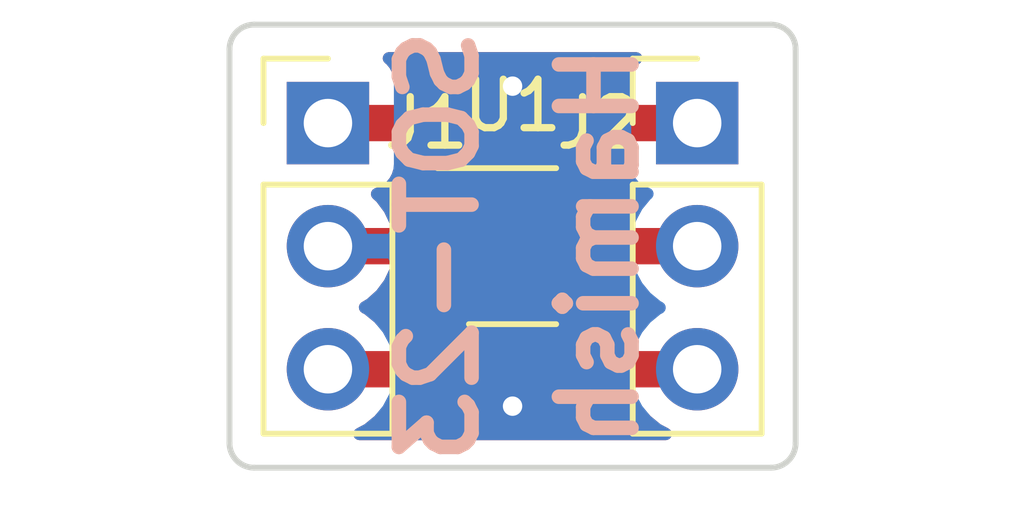
<source format=kicad_pcb>
(kicad_pcb (version 20171130) (host pcbnew "(5.1.4)-1")

  (general
    (thickness 1.6)
    (drawings 10)
    (tracks 16)
    (zones 0)
    (modules 3)
    (nets 7)
  )

  (page A4)
  (layers
    (0 F.Cu signal)
    (31 B.Cu signal)
    (32 B.Adhes user)
    (33 F.Adhes user)
    (34 B.Paste user)
    (35 F.Paste user)
    (36 B.SilkS user)
    (37 F.SilkS user)
    (38 B.Mask user)
    (39 F.Mask user)
    (40 Dwgs.User user)
    (41 Cmts.User user)
    (42 Eco1.User user)
    (43 Eco2.User user)
    (44 Edge.Cuts user)
    (45 Margin user)
    (46 B.CrtYd user)
    (47 F.CrtYd user)
    (48 B.Fab user)
    (49 F.Fab user)
  )

  (setup
    (last_trace_width 0.25)
    (user_trace_width 0.5)
    (user_trace_width 0.75)
    (user_trace_width 1)
    (trace_clearance 0.2)
    (zone_clearance 0.508)
    (zone_45_only no)
    (trace_min 0.2)
    (via_size 0.8)
    (via_drill 0.4)
    (via_min_size 0.4)
    (via_min_drill 0.3)
    (uvia_size 0.3)
    (uvia_drill 0.1)
    (uvias_allowed no)
    (uvia_min_size 0.2)
    (uvia_min_drill 0.1)
    (edge_width 0.05)
    (segment_width 0.2)
    (pcb_text_width 0.3)
    (pcb_text_size 1.5 1.5)
    (mod_edge_width 0.12)
    (mod_text_size 1 1)
    (mod_text_width 0.15)
    (pad_size 1.524 1.524)
    (pad_drill 0.762)
    (pad_to_mask_clearance 0.051)
    (solder_mask_min_width 0.25)
    (aux_axis_origin 0 0)
    (visible_elements 7FFFFFFF)
    (pcbplotparams
      (layerselection 0x010fc_ffffffff)
      (usegerberextensions false)
      (usegerberattributes false)
      (usegerberadvancedattributes false)
      (creategerberjobfile false)
      (excludeedgelayer true)
      (linewidth 0.100000)
      (plotframeref false)
      (viasonmask false)
      (mode 1)
      (useauxorigin false)
      (hpglpennumber 1)
      (hpglpenspeed 20)
      (hpglpendiameter 15.000000)
      (psnegative false)
      (psa4output false)
      (plotreference true)
      (plotvalue true)
      (plotinvisibletext false)
      (padsonsilk false)
      (subtractmaskfromsilk false)
      (outputformat 1)
      (mirror false)
      (drillshape 0)
      (scaleselection 1)
      (outputdirectory "Gerbers/"))
  )

  (net 0 "")
  (net 1 "Net-(J1-Pad3)")
  (net 2 "Net-(J1-Pad2)")
  (net 3 "Net-(J1-Pad1)")
  (net 4 "Net-(J2-Pad1)")
  (net 5 "Net-(J2-Pad2)")
  (net 6 "Net-(J2-Pad3)")

  (net_class Default "This is the default net class."
    (clearance 0.2)
    (trace_width 0.25)
    (via_dia 0.8)
    (via_drill 0.4)
    (uvia_dia 0.3)
    (uvia_drill 0.1)
    (add_net "Net-(J1-Pad1)")
    (add_net "Net-(J1-Pad2)")
    (add_net "Net-(J1-Pad3)")
    (add_net "Net-(J2-Pad1)")
    (add_net "Net-(J2-Pad2)")
    (add_net "Net-(J2-Pad3)")
  )

  (module Connector_PinHeader_2.54mm:PinHeader_1x03_P2.54mm_Vertical (layer F.Cu) (tedit 59FED5CC) (tstamp 5E976CFF)
    (at 226.568 124.46)
    (descr "Through hole straight pin header, 1x03, 2.54mm pitch, single row")
    (tags "Through hole pin header THT 1x03 2.54mm single row")
    (path /5E9736BC)
    (fp_text reference J1 (at 2.032 0) (layer F.SilkS)
      (effects (font (size 1 1) (thickness 0.15)))
    )
    (fp_text value Conn_01x03_Male (at 0 7.41) (layer F.Fab)
      (effects (font (size 1 1) (thickness 0.15)))
    )
    (fp_text user %R (at 2.54 2.54 90) (layer F.Fab)
      (effects (font (size 1 1) (thickness 0.15)))
    )
    (fp_line (start 1.8 -1.8) (end -1.8 -1.8) (layer F.CrtYd) (width 0.05))
    (fp_line (start 1.8 6.85) (end 1.8 -1.8) (layer F.CrtYd) (width 0.05))
    (fp_line (start -1.8 6.85) (end 1.8 6.85) (layer F.CrtYd) (width 0.05))
    (fp_line (start -1.8 -1.8) (end -1.8 6.85) (layer F.CrtYd) (width 0.05))
    (fp_line (start -1.33 -1.33) (end 0 -1.33) (layer F.SilkS) (width 0.12))
    (fp_line (start -1.33 0) (end -1.33 -1.33) (layer F.SilkS) (width 0.12))
    (fp_line (start -1.33 1.27) (end 1.33 1.27) (layer F.SilkS) (width 0.12))
    (fp_line (start 1.33 1.27) (end 1.33 6.41) (layer F.SilkS) (width 0.12))
    (fp_line (start -1.33 1.27) (end -1.33 6.41) (layer F.SilkS) (width 0.12))
    (fp_line (start -1.33 6.41) (end 1.33 6.41) (layer F.SilkS) (width 0.12))
    (fp_line (start -1.27 -0.635) (end -0.635 -1.27) (layer F.Fab) (width 0.1))
    (fp_line (start -1.27 6.35) (end -1.27 -0.635) (layer F.Fab) (width 0.1))
    (fp_line (start 1.27 6.35) (end -1.27 6.35) (layer F.Fab) (width 0.1))
    (fp_line (start 1.27 -1.27) (end 1.27 6.35) (layer F.Fab) (width 0.1))
    (fp_line (start -0.635 -1.27) (end 1.27 -1.27) (layer F.Fab) (width 0.1))
    (pad 3 thru_hole oval (at 0 5.08) (size 1.7 1.7) (drill 1) (layers *.Cu *.Mask)
      (net 1 "Net-(J1-Pad3)"))
    (pad 2 thru_hole oval (at 0 2.54) (size 1.7 1.7) (drill 1) (layers *.Cu *.Mask)
      (net 2 "Net-(J1-Pad2)"))
    (pad 1 thru_hole rect (at 0 0) (size 1.7 1.7) (drill 1) (layers *.Cu *.Mask)
      (net 3 "Net-(J1-Pad1)"))
    (model ${KISYS3DMOD}/Connector_PinHeader_2.54mm.3dshapes/PinHeader_1x03_P2.54mm_Vertical.wrl
      (offset (xyz 0 -5.08 -1.778))
      (scale (xyz 1 1 1))
      (rotate (xyz 180 0 0))
    )
  )

  (module Connector_PinHeader_2.54mm:PinHeader_1x03_P2.54mm_Vertical (layer F.Cu) (tedit 59FED5CC) (tstamp 5E976D16)
    (at 234.188 124.46)
    (descr "Through hole straight pin header, 1x03, 2.54mm pitch, single row")
    (tags "Through hole pin header THT 1x03 2.54mm single row")
    (path /5E973299)
    (fp_text reference J2 (at -2.032 0) (layer F.SilkS)
      (effects (font (size 1 1) (thickness 0.15)))
    )
    (fp_text value Conn_01x03_Male (at 0 7.41) (layer F.Fab)
      (effects (font (size 1 1) (thickness 0.15)))
    )
    (fp_line (start -0.635 -1.27) (end 1.27 -1.27) (layer F.Fab) (width 0.1))
    (fp_line (start 1.27 -1.27) (end 1.27 6.35) (layer F.Fab) (width 0.1))
    (fp_line (start 1.27 6.35) (end -1.27 6.35) (layer F.Fab) (width 0.1))
    (fp_line (start -1.27 6.35) (end -1.27 -0.635) (layer F.Fab) (width 0.1))
    (fp_line (start -1.27 -0.635) (end -0.635 -1.27) (layer F.Fab) (width 0.1))
    (fp_line (start -1.33 6.41) (end 1.33 6.41) (layer F.SilkS) (width 0.12))
    (fp_line (start -1.33 1.27) (end -1.33 6.41) (layer F.SilkS) (width 0.12))
    (fp_line (start 1.33 1.27) (end 1.33 6.41) (layer F.SilkS) (width 0.12))
    (fp_line (start -1.33 1.27) (end 1.33 1.27) (layer F.SilkS) (width 0.12))
    (fp_line (start -1.33 0) (end -1.33 -1.33) (layer F.SilkS) (width 0.12))
    (fp_line (start -1.33 -1.33) (end 0 -1.33) (layer F.SilkS) (width 0.12))
    (fp_line (start -1.8 -1.8) (end -1.8 6.85) (layer F.CrtYd) (width 0.05))
    (fp_line (start -1.8 6.85) (end 1.8 6.85) (layer F.CrtYd) (width 0.05))
    (fp_line (start 1.8 6.85) (end 1.8 -1.8) (layer F.CrtYd) (width 0.05))
    (fp_line (start 1.8 -1.8) (end -1.8 -1.8) (layer F.CrtYd) (width 0.05))
    (fp_text user %R (at -2.411001 2.54 90) (layer F.Fab)
      (effects (font (size 1 1) (thickness 0.15)))
    )
    (pad 1 thru_hole rect (at 0 0) (size 1.7 1.7) (drill 1) (layers *.Cu *.Mask)
      (net 4 "Net-(J2-Pad1)"))
    (pad 2 thru_hole oval (at 0 2.54) (size 1.7 1.7) (drill 1) (layers *.Cu *.Mask)
      (net 5 "Net-(J2-Pad2)"))
    (pad 3 thru_hole oval (at 0 5.08) (size 1.7 1.7) (drill 1) (layers *.Cu *.Mask)
      (net 6 "Net-(J2-Pad3)"))
    (model ${KISYS3DMOD}/Connector_PinHeader_2.54mm.3dshapes/PinHeader_1x03_P2.54mm_Vertical.wrl
      (offset (xyz 0 -5.08 -1.778))
      (scale (xyz 1 1 1))
      (rotate (xyz 180 0 0))
    )
  )

  (module Package_TO_SOT_SMD:SOT-23-6 (layer F.Cu) (tedit 5A02FF57) (tstamp 5E976D2C)
    (at 230.378 127)
    (descr "6-pin SOT-23 package")
    (tags SOT-23-6)
    (path /5E971A6A)
    (attr smd)
    (fp_text reference U1 (at 0 -2.9) (layer F.SilkS)
      (effects (font (size 1 1) (thickness 0.15)))
    )
    (fp_text value ATtiny10-TS (at 0 2.9) (layer F.Fab)
      (effects (font (size 1 1) (thickness 0.15)))
    )
    (fp_text user %R (at 0 0 90) (layer F.Fab)
      (effects (font (size 0.5 0.5) (thickness 0.075)))
    )
    (fp_line (start -0.9 1.61) (end 0.9 1.61) (layer F.SilkS) (width 0.12))
    (fp_line (start 0.9 -1.61) (end -1.55 -1.61) (layer F.SilkS) (width 0.12))
    (fp_line (start 1.9 -1.8) (end -1.9 -1.8) (layer F.CrtYd) (width 0.05))
    (fp_line (start 1.9 1.8) (end 1.9 -1.8) (layer F.CrtYd) (width 0.05))
    (fp_line (start -1.9 1.8) (end 1.9 1.8) (layer F.CrtYd) (width 0.05))
    (fp_line (start -1.9 -1.8) (end -1.9 1.8) (layer F.CrtYd) (width 0.05))
    (fp_line (start -0.9 -0.9) (end -0.25 -1.55) (layer F.Fab) (width 0.1))
    (fp_line (start 0.9 -1.55) (end -0.25 -1.55) (layer F.Fab) (width 0.1))
    (fp_line (start -0.9 -0.9) (end -0.9 1.55) (layer F.Fab) (width 0.1))
    (fp_line (start 0.9 1.55) (end -0.9 1.55) (layer F.Fab) (width 0.1))
    (fp_line (start 0.9 -1.55) (end 0.9 1.55) (layer F.Fab) (width 0.1))
    (pad 1 smd rect (at -1.1 -0.95) (size 1.06 0.65) (layers F.Cu F.Paste F.Mask)
      (net 3 "Net-(J1-Pad1)"))
    (pad 2 smd rect (at -1.1 0) (size 1.06 0.65) (layers F.Cu F.Paste F.Mask)
      (net 2 "Net-(J1-Pad2)"))
    (pad 3 smd rect (at -1.1 0.95) (size 1.06 0.65) (layers F.Cu F.Paste F.Mask)
      (net 1 "Net-(J1-Pad3)"))
    (pad 4 smd rect (at 1.1 0.95) (size 1.06 0.65) (layers F.Cu F.Paste F.Mask)
      (net 6 "Net-(J2-Pad3)"))
    (pad 6 smd rect (at 1.1 -0.95) (size 1.06 0.65) (layers F.Cu F.Paste F.Mask)
      (net 4 "Net-(J2-Pad1)"))
    (pad 5 smd rect (at 1.1 0) (size 1.06 0.65) (layers F.Cu F.Paste F.Mask)
      (net 5 "Net-(J2-Pad2)"))
    (model ${KISYS3DMOD}/Package_TO_SOT_SMD.3dshapes/SOT-23-6.wrl
      (at (xyz 0 0 0))
      (scale (xyz 1 1 1))
      (rotate (xyz 0 0 0))
    )
  )

  (gr_text Hamish (at 232.156 127 90) (layer B.SilkS)
    (effects (font (size 1.5 1.5) (thickness 0.3)) (justify mirror))
  )
  (gr_text SOT-23 (at 228.854 127 90) (layer B.SilkS)
    (effects (font (size 1.5 1.5) (thickness 0.3)) (justify mirror))
  )
  (gr_line (start 225.044 131.572) (end 235.712 131.572) (layer Edge.Cuts) (width 0.12) (tstamp 5E97733F))
  (gr_line (start 224.536 122.936) (end 224.536 131.064) (layer Edge.Cuts) (width 0.12) (tstamp 5E97733E))
  (gr_line (start 235.712 122.428) (end 225.044 122.428) (layer Edge.Cuts) (width 0.12) (tstamp 5E97733D))
  (gr_line (start 236.22 131.064) (end 236.22 122.936) (layer Edge.Cuts) (width 0.12) (tstamp 5E97733C))
  (gr_arc (start 225.044 131.064) (end 224.536 131.064) (angle -90) (layer Edge.Cuts) (width 0.12))
  (gr_arc (start 235.712 131.064) (end 235.712 131.572) (angle -90) (layer Edge.Cuts) (width 0.12))
  (gr_arc (start 225.044 122.936) (end 225.044 122.428) (angle -90) (layer Edge.Cuts) (width 0.12))
  (gr_arc (start 235.712 122.936) (end 236.22 122.936) (angle -90) (layer Edge.Cuts) (width 0.12))

  (segment (start 229.278 129.025) (end 228.763 129.54) (width 0.75) (layer F.Cu) (net 1))
  (segment (start 229.278 127.95) (end 229.278 129.025) (width 0.75) (layer F.Cu) (net 1))
  (segment (start 228.763 129.54) (end 226.568 129.54) (width 0.75) (layer F.Cu) (net 1))
  (segment (start 229.278 127) (end 226.568 127) (width 0.75) (layer F.Cu) (net 2))
  (via (at 230.378 130.302) (size 0.8) (drill 0.4) (layers F.Cu B.Cu) (net 2))
  (via (at 230.378 123.698) (size 0.8) (drill 0.4) (layers F.Cu B.Cu) (net 2))
  (segment (start 229.278 124.975) (end 228.763 124.46) (width 0.75) (layer F.Cu) (net 3))
  (segment (start 229.278 126.05) (end 229.278 124.975) (width 0.75) (layer F.Cu) (net 3))
  (segment (start 228.763 124.46) (end 226.568 124.46) (width 0.75) (layer F.Cu) (net 3))
  (segment (start 231.478 124.975) (end 231.993 124.46) (width 0.75) (layer F.Cu) (net 4))
  (segment (start 231.478 126.05) (end 231.478 124.975) (width 0.75) (layer F.Cu) (net 4))
  (segment (start 231.993 124.46) (end 234.188 124.46) (width 0.75) (layer F.Cu) (net 4))
  (segment (start 231.478 127) (end 234.188 127) (width 0.75) (layer F.Cu) (net 5))
  (segment (start 231.478 129.025) (end 231.993 129.54) (width 0.75) (layer F.Cu) (net 6))
  (segment (start 231.478 127.95) (end 231.478 129.025) (width 0.75) (layer F.Cu) (net 6))
  (segment (start 231.993 129.54) (end 234.188 129.54) (width 0.75) (layer F.Cu) (net 6))

  (zone (net 2) (net_name "Net-(J1-Pad2)") (layer B.Cu) (tstamp 5E982DD1) (hatch edge 0.508)
    (connect_pads (clearance 0.508))
    (min_thickness 0.254)
    (fill yes (arc_segments 32) (thermal_gap 0.508) (thermal_bridge_width 0.508))
    (polygon
      (pts
        (xy 236.728 121.92) (xy 236.728 132.08) (xy 224.028 132.08) (xy 224.028 121.92)
      )
    )
    (filled_polygon
      (pts
        (xy 232.886815 123.158815) (xy 232.807463 123.255506) (xy 232.748498 123.36582) (xy 232.712188 123.485518) (xy 232.699928 123.61)
        (xy 232.699928 125.31) (xy 232.712188 125.434482) (xy 232.748498 125.55418) (xy 232.807463 125.664494) (xy 232.886815 125.761185)
        (xy 232.983506 125.840537) (xy 233.09382 125.899502) (xy 233.162687 125.920393) (xy 233.132866 125.944866) (xy 232.947294 126.170986)
        (xy 232.809401 126.428966) (xy 232.724487 126.708889) (xy 232.695815 127) (xy 232.724487 127.291111) (xy 232.809401 127.571034)
        (xy 232.947294 127.829014) (xy 233.132866 128.055134) (xy 233.358986 128.240706) (xy 233.413791 128.27) (xy 233.358986 128.299294)
        (xy 233.132866 128.484866) (xy 232.947294 128.710986) (xy 232.809401 128.968966) (xy 232.724487 129.248889) (xy 232.695815 129.54)
        (xy 232.724487 129.831111) (xy 232.809401 130.111034) (xy 232.947294 130.369014) (xy 233.132866 130.595134) (xy 233.358986 130.780706)
        (xy 233.53914 130.877) (xy 227.21686 130.877) (xy 227.397014 130.780706) (xy 227.623134 130.595134) (xy 227.808706 130.369014)
        (xy 227.946599 130.111034) (xy 228.031513 129.831111) (xy 228.060185 129.54) (xy 228.031513 129.248889) (xy 227.946599 128.968966)
        (xy 227.808706 128.710986) (xy 227.623134 128.484866) (xy 227.397014 128.299294) (xy 227.332477 128.264799) (xy 227.449355 128.195178)
        (xy 227.665588 128.000269) (xy 227.839641 127.76692) (xy 227.964825 127.504099) (xy 228.009476 127.35689) (xy 227.888155 127.127)
        (xy 226.695 127.127) (xy 226.695 127.147) (xy 226.441 127.147) (xy 226.441 127.127) (xy 226.421 127.127)
        (xy 226.421 126.873) (xy 226.441 126.873) (xy 226.441 126.853) (xy 226.695 126.853) (xy 226.695 126.873)
        (xy 227.888155 126.873) (xy 228.009476 126.64311) (xy 227.964825 126.495901) (xy 227.839641 126.23308) (xy 227.665588 125.999731)
        (xy 227.581534 125.923966) (xy 227.66218 125.899502) (xy 227.772494 125.840537) (xy 227.869185 125.761185) (xy 227.948537 125.664494)
        (xy 228.007502 125.55418) (xy 228.043812 125.434482) (xy 228.056072 125.31) (xy 228.056072 123.61) (xy 228.043812 123.485518)
        (xy 228.007502 123.36582) (xy 227.948537 123.255506) (xy 227.869185 123.158815) (xy 227.825544 123.123) (xy 232.930456 123.123)
      )
    )
  )
  (zone (net 2) (net_name "Net-(J1-Pad2)") (layer F.Cu) (tstamp 5E982DCE) (hatch edge 0.508)
    (connect_pads (clearance 0.508))
    (min_thickness 0.254)
    (fill yes (arc_segments 32) (thermal_gap 0.508) (thermal_bridge_width 0.508))
    (polygon
      (pts
        (xy 224.028 121.92) (xy 236.728 121.92) (xy 236.728 132.08) (xy 224.028 132.08)
      )
    )
    (filled_polygon
      (pts
        (xy 230.417463 128.629494) (xy 230.468001 128.691075) (xy 230.468001 128.975383) (xy 230.463114 129.025) (xy 230.482615 129.222994)
        (xy 230.540368 129.413379) (xy 230.634154 129.58884) (xy 230.760368 129.742633) (xy 230.798901 129.774256) (xy 231.243739 130.219094)
        (xy 231.275367 130.257633) (xy 231.42916 130.383847) (xy 231.560213 130.453896) (xy 231.60462 130.477632) (xy 231.795005 130.535385)
        (xy 231.993 130.554886) (xy 232.042608 130.55) (xy 233.095825 130.55) (xy 233.132866 130.595134) (xy 233.358986 130.780706)
        (xy 233.53914 130.877) (xy 227.21686 130.877) (xy 227.397014 130.780706) (xy 227.623134 130.595134) (xy 227.660175 130.55)
        (xy 228.713392 130.55) (xy 228.763 130.554886) (xy 228.960994 130.535385) (xy 229.003935 130.522359) (xy 229.15138 130.477632)
        (xy 229.32684 130.383847) (xy 229.480633 130.257633) (xy 229.512261 130.219094) (xy 229.957094 129.774261) (xy 229.995633 129.742633)
        (xy 230.121847 129.58884) (xy 230.215632 129.41338) (xy 230.273385 129.222994) (xy 230.288 129.074608) (xy 230.292886 129.025)
        (xy 230.288 128.975392) (xy 230.288 128.691074) (xy 230.338537 128.629494) (xy 230.378 128.555665)
      )
    )
    (filled_polygon
      (pts
        (xy 228.158498 125.48082) (xy 228.122188 125.600518) (xy 228.109928 125.725) (xy 228.109928 126.375) (xy 228.122188 126.499482)
        (xy 228.129929 126.525) (xy 228.122188 126.550518) (xy 228.109928 126.675) (xy 228.113 126.71425) (xy 228.27175 126.873)
        (xy 228.353859 126.873) (xy 228.393506 126.905537) (xy 228.50382 126.964502) (xy 228.620841 127) (xy 228.50382 127.035498)
        (xy 228.393506 127.094463) (xy 228.353859 127.127) (xy 228.27175 127.127) (xy 228.113 127.28575) (xy 228.109928 127.325)
        (xy 228.122188 127.449482) (xy 228.129929 127.475) (xy 228.122188 127.500518) (xy 228.109928 127.625) (xy 228.109928 128.275)
        (xy 228.122188 128.399482) (xy 228.158498 128.51918) (xy 228.164282 128.53) (xy 227.660175 128.53) (xy 227.623134 128.484866)
        (xy 227.397014 128.299294) (xy 227.332477 128.264799) (xy 227.449355 128.195178) (xy 227.665588 128.000269) (xy 227.839641 127.76692)
        (xy 227.964825 127.504099) (xy 228.009476 127.35689) (xy 227.888155 127.127) (xy 226.695 127.127) (xy 226.695 127.147)
        (xy 226.441 127.147) (xy 226.441 127.127) (xy 226.421 127.127) (xy 226.421 126.873) (xy 226.441 126.873)
        (xy 226.441 126.853) (xy 226.695 126.853) (xy 226.695 126.873) (xy 227.888155 126.873) (xy 228.009476 126.64311)
        (xy 227.964825 126.495901) (xy 227.839641 126.23308) (xy 227.665588 125.999731) (xy 227.581534 125.923966) (xy 227.66218 125.899502)
        (xy 227.772494 125.840537) (xy 227.869185 125.761185) (xy 227.948537 125.664494) (xy 228.007502 125.55418) (xy 228.033038 125.47)
        (xy 228.164282 125.47)
      )
    )
    (filled_polygon
      (pts
        (xy 232.886815 123.158815) (xy 232.807463 123.255506) (xy 232.748498 123.36582) (xy 232.722962 123.45) (xy 232.042608 123.45)
        (xy 231.993 123.445114) (xy 231.795005 123.464615) (xy 231.633877 123.513493) (xy 231.60462 123.522368) (xy 231.42916 123.616153)
        (xy 231.275367 123.742367) (xy 231.243739 123.780906) (xy 230.798901 124.225744) (xy 230.760368 124.257367) (xy 230.728745 124.2959)
        (xy 230.728744 124.295901) (xy 230.634154 124.41116) (xy 230.540368 124.586621) (xy 230.482615 124.777006) (xy 230.463114 124.975)
        (xy 230.468001 125.024617) (xy 230.468001 125.308925) (xy 230.417463 125.370506) (xy 230.378 125.444335) (xy 230.338537 125.370506)
        (xy 230.288 125.308926) (xy 230.288 125.024608) (xy 230.292886 124.975) (xy 230.273385 124.777005) (xy 230.215632 124.58662)
        (xy 230.147952 124.46) (xy 230.121847 124.41116) (xy 229.995633 124.257367) (xy 229.957094 124.225739) (xy 229.512261 123.780906)
        (xy 229.480633 123.742367) (xy 229.32684 123.616153) (xy 229.15138 123.522368) (xy 228.960994 123.464615) (xy 228.812608 123.45)
        (xy 228.763 123.445114) (xy 228.713392 123.45) (xy 228.033038 123.45) (xy 228.007502 123.36582) (xy 227.948537 123.255506)
        (xy 227.869185 123.158815) (xy 227.825544 123.123) (xy 232.930456 123.123)
      )
    )
  )
)

</source>
